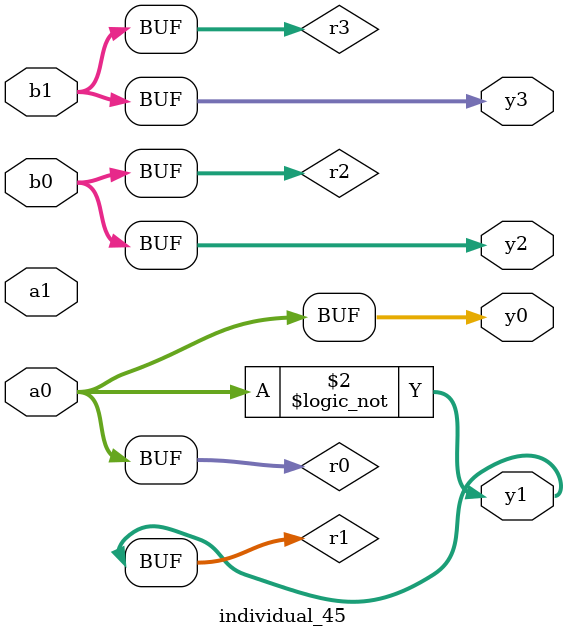
<source format=sv>
module individual_45(input logic [15:0] a1, input logic [15:0] a0, input logic [15:0] b1, input logic [15:0] b0, output logic [15:0] y3, output logic [15:0] y2, output logic [15:0] y1, output logic [15:0] y0);
logic [15:0] r0, r1, r2, r3; 
 always@(*) begin 
	 r0 = a0; r1 = a1; r2 = b0; r3 = b1; 
 	 r1 = ! a0 ;
 	 y3 = r3; y2 = r2; y1 = r1; y0 = r0; 
end
endmodule
</source>
